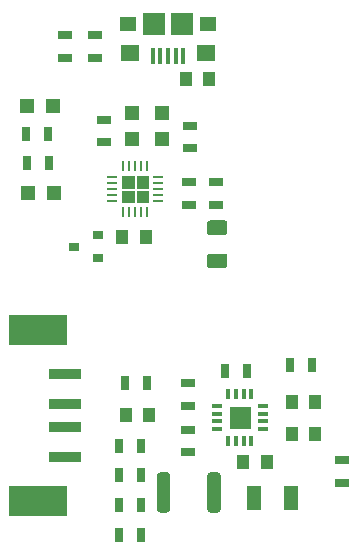
<source format=gbr>
%TF.GenerationSoftware,KiCad,Pcbnew,(5.1.9-0-10_14)*%
%TF.CreationDate,2021-03-09T11:41:36-05:00*%
%TF.ProjectId,Antoinette_PowerBank,416e746f-696e-4657-9474-655f506f7765,rev?*%
%TF.SameCoordinates,Original*%
%TF.FileFunction,Paste,Top*%
%TF.FilePolarity,Positive*%
%FSLAX46Y46*%
G04 Gerber Fmt 4.6, Leading zero omitted, Abs format (unit mm)*
G04 Created by KiCad (PCBNEW (5.1.9-0-10_14)) date 2021-03-09 11:41:36*
%MOMM*%
%LPD*%
G01*
G04 APERTURE LIST*
%ADD10C,0.010000*%
%ADD11R,0.700000X1.300000*%
%ADD12R,0.260000X0.810000*%
%ADD13R,0.810000X0.260000*%
%ADD14R,1.300000X0.700000*%
%ADD15R,0.340000X0.810000*%
%ADD16R,0.810000X0.340000*%
%ADD17R,1.000000X1.250000*%
%ADD18R,1.200000X1.200000*%
%ADD19R,1.900000X1.900000*%
%ADD20R,1.450000X1.300000*%
%ADD21R,1.600000X1.400000*%
%ADD22R,0.400000X1.350000*%
%ADD23R,5.000000X2.500000*%
%ADD24R,2.800000X0.900000*%
%ADD25R,0.900000X0.800000*%
%ADD26R,1.200000X2.000000*%
G04 APERTURE END LIST*
D10*
%TO.C,U2*%
G36*
X82543799Y-46454400D02*
G01*
X81583799Y-46454400D01*
X81583799Y-45494400D01*
X82543799Y-45494400D01*
X82543799Y-46454400D01*
G37*
X82543799Y-46454400D02*
X81583799Y-46454400D01*
X81583799Y-45494400D01*
X82543799Y-45494400D01*
X82543799Y-46454400D01*
G36*
X81323799Y-46454400D02*
G01*
X80363799Y-46454400D01*
X80363799Y-45494400D01*
X81323799Y-45494400D01*
X81323799Y-46454400D01*
G37*
X81323799Y-46454400D02*
X80363799Y-46454400D01*
X80363799Y-45494400D01*
X81323799Y-45494400D01*
X81323799Y-46454400D01*
G36*
X81323799Y-45234400D02*
G01*
X80363799Y-45234400D01*
X80363799Y-44274400D01*
X81323799Y-44274400D01*
X81323799Y-45234400D01*
G37*
X81323799Y-45234400D02*
X80363799Y-45234400D01*
X80363799Y-44274400D01*
X81323799Y-44274400D01*
X81323799Y-45234400D01*
G36*
X82543799Y-45234400D02*
G01*
X81583799Y-45234400D01*
X81583799Y-44274400D01*
X82543799Y-44274400D01*
X82543799Y-45234400D01*
G37*
X82543799Y-45234400D02*
X81583799Y-45234400D01*
X81583799Y-44274400D01*
X82543799Y-44274400D01*
X82543799Y-45234400D01*
%TO.C,U3*%
G36*
X89456700Y-65547172D02*
G01*
X89456700Y-63840800D01*
X91163072Y-63840800D01*
X91163072Y-65547172D01*
X89456700Y-65547172D01*
G37*
X89456700Y-65547172D02*
X89456700Y-63840800D01*
X91163072Y-63840800D01*
X91163072Y-65547172D01*
X89456700Y-65547172D01*
%TD*%
D11*
%TO.C,R15*%
X74165500Y-43116500D03*
X72265500Y-43116500D03*
%TD*%
%TO.C,R14*%
X82484000Y-61785500D03*
X80584000Y-61785500D03*
%TD*%
%TO.C,R6*%
X94554000Y-60261500D03*
X96454000Y-60261500D03*
%TD*%
D12*
%TO.C,U2*%
X82453799Y-47319400D03*
X81953799Y-47319400D03*
X81453799Y-47319400D03*
X80953799Y-47319400D03*
X80453799Y-47319400D03*
D13*
X79498799Y-46364400D03*
X79498799Y-45864400D03*
X79498799Y-45364400D03*
X79498799Y-44864400D03*
X79498799Y-44364400D03*
D12*
X80453799Y-43409400D03*
X80953799Y-43409400D03*
X81453799Y-43409400D03*
X81953799Y-43409400D03*
X82453799Y-43409400D03*
D13*
X83408799Y-44364400D03*
X83408799Y-44864400D03*
X83408799Y-45364400D03*
X83408799Y-45864400D03*
X83408799Y-46364400D03*
%TD*%
D14*
%TO.C,R11*%
X86080600Y-40010000D03*
X86080600Y-41910000D03*
%TD*%
%TO.C,R5*%
X78041500Y-34224000D03*
X78041500Y-32324000D03*
%TD*%
D15*
%TO.C,U3*%
X89334700Y-66648800D03*
X89984700Y-66648800D03*
X90634700Y-66648800D03*
X91284700Y-66648800D03*
D16*
X92264700Y-65668800D03*
X92264700Y-65018800D03*
X92264700Y-64368800D03*
X92264700Y-63718800D03*
D15*
X91284700Y-62738800D03*
X90634700Y-62738800D03*
X89984700Y-62738800D03*
X89334700Y-62738800D03*
D16*
X88354700Y-63718800D03*
X88354700Y-64368800D03*
X88354700Y-65018800D03*
X88354700Y-65668800D03*
%TD*%
D17*
%TO.C,C1*%
X82661000Y-64516000D03*
X80661000Y-64516000D03*
%TD*%
%TO.C,C2*%
X85715600Y-36042600D03*
X87715600Y-36042600D03*
%TD*%
%TO.C,C3*%
X80343500Y-49403000D03*
X82343500Y-49403000D03*
%TD*%
%TO.C,C4*%
X94694500Y-66065400D03*
X96694500Y-66065400D03*
%TD*%
%TO.C,C5*%
X96694500Y-63423800D03*
X94694500Y-63423800D03*
%TD*%
%TO.C,C6*%
X90579700Y-68503800D03*
X92579700Y-68503800D03*
%TD*%
D18*
%TO.C,D1*%
X81203800Y-41130400D03*
X81203800Y-38930400D03*
%TD*%
%TO.C,D2*%
X83693000Y-38912800D03*
X83693000Y-41112800D03*
%TD*%
%TO.C,D3*%
X74569500Y-45720000D03*
X72369500Y-45720000D03*
%TD*%
%TO.C,D4*%
X74506000Y-38290500D03*
X72306000Y-38290500D03*
%TD*%
%TO.C,F1*%
G36*
G01*
X87767000Y-48013000D02*
X89017000Y-48013000D01*
G75*
G02*
X89267000Y-48263000I0J-250000D01*
G01*
X89267000Y-49013000D01*
G75*
G02*
X89017000Y-49263000I-250000J0D01*
G01*
X87767000Y-49263000D01*
G75*
G02*
X87517000Y-49013000I0J250000D01*
G01*
X87517000Y-48263000D01*
G75*
G02*
X87767000Y-48013000I250000J0D01*
G01*
G37*
G36*
G01*
X87767000Y-50813000D02*
X89017000Y-50813000D01*
G75*
G02*
X89267000Y-51063000I0J-250000D01*
G01*
X89267000Y-51813000D01*
G75*
G02*
X89017000Y-52063000I-250000J0D01*
G01*
X87767000Y-52063000D01*
G75*
G02*
X87517000Y-51813000I0J250000D01*
G01*
X87517000Y-51063000D01*
G75*
G02*
X87767000Y-50813000I250000J0D01*
G01*
G37*
%TD*%
D19*
%TO.C,J2*%
X83026400Y-31419800D03*
X85426400Y-31419800D03*
D20*
X87651400Y-31419800D03*
X80801400Y-31419800D03*
D21*
X81026400Y-33869800D03*
X87426400Y-33869800D03*
D22*
X82926400Y-34094800D03*
X83576400Y-34094800D03*
X84226400Y-34094800D03*
X84876400Y-34094800D03*
X85526400Y-34094800D03*
%TD*%
D23*
%TO.C,J4*%
X73228000Y-71766000D03*
X73228000Y-57266000D03*
D24*
X75478000Y-65516000D03*
X75478000Y-61016000D03*
X75478000Y-63516000D03*
X75478000Y-68016000D03*
%TD*%
D25*
%TO.C,Q1*%
X78329500Y-51178500D03*
X78329500Y-49278500D03*
X76229500Y-50228500D03*
%TD*%
D11*
%TO.C,R1*%
X81963300Y-72110600D03*
X80063300Y-72110600D03*
%TD*%
%TO.C,R2*%
X81963300Y-74650600D03*
X80063300Y-74650600D03*
%TD*%
D14*
%TO.C,R3*%
X86029800Y-44770000D03*
X86029800Y-46670000D03*
%TD*%
%TO.C,R4*%
X88315800Y-46685200D03*
X88315800Y-44785200D03*
%TD*%
D11*
%TO.C,R7*%
X89029500Y-60756800D03*
X90929500Y-60756800D03*
%TD*%
D14*
%TO.C,R8*%
X78836520Y-41391880D03*
X78836520Y-39491880D03*
%TD*%
%TO.C,R9*%
X75501500Y-32324000D03*
X75501500Y-34224000D03*
%TD*%
%TO.C,R10*%
X98933000Y-70228500D03*
X98933000Y-68328500D03*
%TD*%
%TO.C,R12*%
X85890100Y-65740200D03*
X85890100Y-67640200D03*
%TD*%
%TO.C,R13*%
X85890100Y-63713400D03*
X85890100Y-61813400D03*
%TD*%
D11*
%TO.C,R16*%
X72202000Y-40703500D03*
X74102000Y-40703500D03*
%TD*%
%TO.C,R17*%
X81948100Y-67081400D03*
X80048100Y-67081400D03*
%TD*%
%TO.C,R18*%
X81963300Y-69570600D03*
X80063300Y-69570600D03*
%TD*%
%TO.C,C7*%
G36*
G01*
X84420600Y-69593799D02*
X84420600Y-72493801D01*
G75*
G02*
X84170601Y-72743800I-249999J0D01*
G01*
X83545599Y-72743800D01*
G75*
G02*
X83295600Y-72493801I0J249999D01*
G01*
X83295600Y-69593799D01*
G75*
G02*
X83545599Y-69343800I249999J0D01*
G01*
X84170601Y-69343800D01*
G75*
G02*
X84420600Y-69593799I0J-249999D01*
G01*
G37*
G36*
G01*
X88695600Y-69593799D02*
X88695600Y-72493801D01*
G75*
G02*
X88445601Y-72743800I-249999J0D01*
G01*
X87820599Y-72743800D01*
G75*
G02*
X87570600Y-72493801I0J249999D01*
G01*
X87570600Y-69593799D01*
G75*
G02*
X87820599Y-69343800I249999J0D01*
G01*
X88445601Y-69343800D01*
G75*
G02*
X88695600Y-69593799I0J-249999D01*
G01*
G37*
%TD*%
D26*
%TO.C,L1*%
X94678500Y-71501000D03*
X91478500Y-71501000D03*
%TD*%
M02*

</source>
